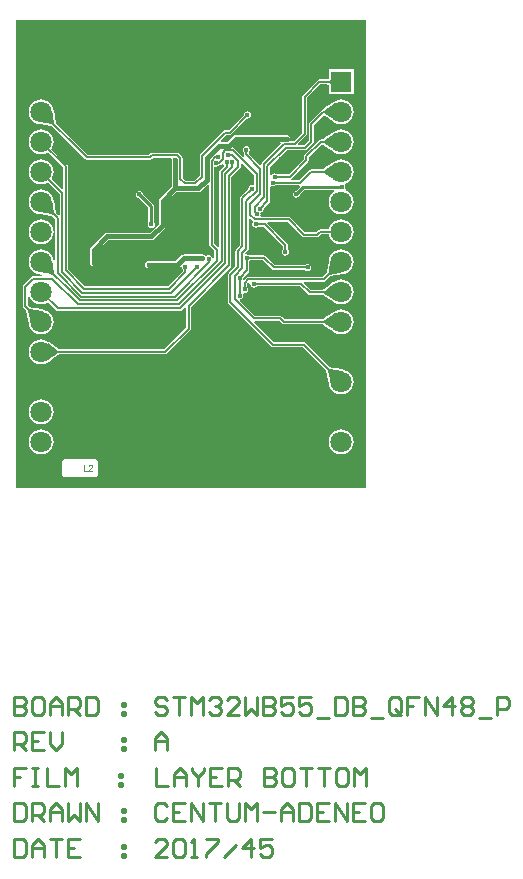
<source format=gbl>
G04 Layer_Physical_Order=2*
G04 Layer_Color=16711680*
%FSLAX44Y44*%
%MOMM*%
G71*
G01*
G75*
%ADD15R,1.2000X4.9000*%
%ADD24C,0.2000*%
%ADD27C,0.4000*%
%ADD29C,0.2500*%
%ADD30C,0.2540*%
%ADD31C,0.1020*%
%ADD32C,1.8000*%
%ADD33R,1.8000X1.8000*%
%ADD34C,0.4000*%
G36*
X297961Y2039D02*
X2039D01*
Y397961D01*
X297961D01*
Y2039D01*
D02*
G37*
%LPC*%
G36*
X23000Y77191D02*
X20259Y76830D01*
X17705Y75772D01*
X15511Y74089D01*
X13828Y71895D01*
X12770Y69341D01*
X12409Y66600D01*
X12770Y63859D01*
X13828Y61305D01*
X15511Y59111D01*
X17705Y57428D01*
X20259Y56370D01*
X23000Y56009D01*
X25741Y56370D01*
X28295Y57428D01*
X30489Y59111D01*
X32172Y61305D01*
X33230Y63859D01*
X33591Y66600D01*
X33230Y69341D01*
X32172Y71895D01*
X30489Y74089D01*
X28295Y75772D01*
X25741Y76830D01*
X23000Y77191D01*
D02*
G37*
G36*
Y229591D02*
X20259Y229230D01*
X17705Y228172D01*
X15511Y226489D01*
X13828Y224295D01*
X12770Y221741D01*
X12409Y219000D01*
X12770Y216259D01*
X13828Y213705D01*
X15511Y211511D01*
X17705Y209828D01*
X20259Y208770D01*
X23000Y208409D01*
X25741Y208770D01*
X28295Y209828D01*
X30489Y211511D01*
X32172Y213705D01*
X33230Y216259D01*
X33591Y219000D01*
X33230Y221741D01*
X32172Y224295D01*
X30489Y226489D01*
X28295Y228172D01*
X25741Y229230D01*
X23000Y229591D01*
D02*
G37*
G36*
X106100Y253659D02*
X104930Y253426D01*
X103937Y252763D01*
X103274Y251770D01*
X103041Y250600D01*
X103274Y249429D01*
X103937Y248437D01*
X104930Y247774D01*
X105868Y247587D01*
X113906Y239550D01*
Y227367D01*
X113374Y226570D01*
X113141Y225400D01*
X113374Y224230D01*
X114037Y223237D01*
X115029Y222574D01*
X116200Y222341D01*
X117371Y222574D01*
X118363Y223237D01*
X119026Y224230D01*
X119259Y225400D01*
X119026Y226570D01*
X118494Y227367D01*
Y240500D01*
X118319Y241378D01*
X117822Y242122D01*
X109113Y250832D01*
X108926Y251770D01*
X108263Y252763D01*
X107270Y253426D01*
X106100Y253659D01*
D02*
G37*
G36*
X277000Y51791D02*
X274259Y51430D01*
X271705Y50372D01*
X269511Y48689D01*
X267828Y46495D01*
X266770Y43941D01*
X266409Y41200D01*
X266770Y38459D01*
X267828Y35905D01*
X269511Y33711D01*
X271705Y32028D01*
X274259Y30970D01*
X277000Y30609D01*
X279741Y30970D01*
X282295Y32028D01*
X284489Y33711D01*
X286172Y35905D01*
X287230Y38459D01*
X287591Y41200D01*
X287230Y43941D01*
X286172Y46495D01*
X284489Y48689D01*
X282295Y50372D01*
X279741Y51430D01*
X277000Y51791D01*
D02*
G37*
G36*
X69302Y26453D02*
X42302D01*
X41154Y25978D01*
X40679Y24830D01*
Y12830D01*
X41154Y11682D01*
X42302Y11206D01*
X69302D01*
X70450Y11682D01*
X70926Y12830D01*
Y24830D01*
X70450Y25978D01*
X69302Y26453D01*
D02*
G37*
G36*
X287500Y356500D02*
X266500D01*
Y348517D01*
X266325Y348502D01*
X265988Y348493D01*
X265438Y348248D01*
X264883Y348018D01*
X264874Y347997D01*
X264853Y347988D01*
X264823Y347909D01*
X258470D01*
X257690Y347754D01*
X257028Y347312D01*
X257028Y347312D01*
X244658Y334942D01*
X244216Y334280D01*
X244061Y333500D01*
Y302815D01*
X236685Y295439D01*
X234511D01*
X233826Y296700D01*
X234059Y297870D01*
X233826Y299041D01*
X233163Y300033D01*
X232171Y300696D01*
X231000Y300929D01*
X187817D01*
X187817Y300929D01*
X186646Y300696D01*
X185654Y300033D01*
X185654Y300033D01*
X180680Y295059D01*
X175539D01*
X175013Y296329D01*
X179545Y300861D01*
X182526D01*
X183306Y301016D01*
X183968Y301458D01*
X197350Y314840D01*
X197496Y314811D01*
X198666Y315044D01*
X199659Y315707D01*
X200322Y316700D01*
X200555Y317870D01*
X200322Y319041D01*
X199659Y320033D01*
X198666Y320696D01*
X197496Y320929D01*
X196325Y320696D01*
X195333Y320033D01*
X194670Y319041D01*
X194437Y317870D01*
X194466Y317724D01*
X181681Y304939D01*
X178700D01*
X178700Y304939D01*
X177920Y304784D01*
X177258Y304342D01*
X177258Y304342D01*
X157858Y284942D01*
X157416Y284280D01*
X157261Y283500D01*
Y266445D01*
X152855Y262039D01*
X145245D01*
X142739Y264545D01*
Y281400D01*
X142739Y281400D01*
X142584Y282180D01*
X142142Y282842D01*
X139642Y285342D01*
X138980Y285784D01*
X138200Y285939D01*
X116820D01*
X116040Y285784D01*
X115378Y285342D01*
X114236Y284200D01*
X62284D01*
X35429Y311055D01*
X35474Y311164D01*
X35415Y311305D01*
X35448Y311454D01*
X33508Y322157D01*
X33354Y322396D01*
X33230Y323341D01*
X32172Y325895D01*
X30489Y328089D01*
X28295Y329772D01*
X25741Y330830D01*
X23000Y331191D01*
X20259Y330830D01*
X17705Y329772D01*
X15511Y328089D01*
X13828Y325895D01*
X12770Y323341D01*
X12409Y320600D01*
X12770Y317859D01*
X13828Y315305D01*
X15511Y313111D01*
X17705Y311428D01*
X20259Y310370D01*
X21226Y310243D01*
X21488Y310085D01*
X28076Y309081D01*
X30920Y308542D01*
X31404Y308422D01*
X31594Y308360D01*
X31654Y308327D01*
X31717Y308320D01*
X31740Y308313D01*
X31766Y308315D01*
X32059Y308282D01*
X32436Y308126D01*
X32545Y308171D01*
X59997Y280719D01*
X59997Y280719D01*
X60659Y280277D01*
X61439Y280122D01*
X61439Y280122D01*
X115081D01*
X115862Y280277D01*
X116523Y280719D01*
X117665Y281861D01*
X133042D01*
X133757Y280698D01*
X133758Y280591D01*
X133541Y279500D01*
Y257067D01*
X123837Y247363D01*
X123174Y246371D01*
X122941Y245200D01*
X122941Y245200D01*
Y225967D01*
X115033Y218059D01*
X78500D01*
X78500Y218059D01*
X77330Y217826D01*
X76337Y217163D01*
X76337Y217163D01*
X65237Y206063D01*
X64574Y205070D01*
X64341Y203900D01*
X64341Y203900D01*
Y192700D01*
X64574Y191530D01*
X65237Y190537D01*
X66230Y189874D01*
X67400Y189641D01*
X68570Y189874D01*
X69563Y190537D01*
X70226Y191530D01*
X70459Y192700D01*
Y202633D01*
X79767Y211941D01*
X116300D01*
X116300Y211941D01*
X117471Y212174D01*
X118463Y212837D01*
X128163Y222537D01*
X128826Y223529D01*
X129059Y224700D01*
X129059Y224700D01*
Y243933D01*
X137867Y252741D01*
X156200D01*
X156200Y252741D01*
X157371Y252974D01*
X158363Y253637D01*
X164088Y259362D01*
X165261Y258876D01*
Y208016D01*
X165416Y207236D01*
X165858Y206574D01*
X169603Y202829D01*
Y196232D01*
X169272Y196031D01*
X169212Y196034D01*
X167941Y196709D01*
X167832Y197258D01*
X167169Y198251D01*
X166176Y198914D01*
X165006Y199147D01*
X163835Y198914D01*
X163363Y198598D01*
X162796Y198279D01*
X161750Y198901D01*
X161675Y199013D01*
X160683Y199676D01*
X159512Y199909D01*
X143899D01*
X143899Y199909D01*
X142728Y199676D01*
X141736Y199013D01*
X141736Y199013D01*
X136782Y194059D01*
X114014D01*
X112844Y193826D01*
X111851Y193163D01*
X111188Y192171D01*
X110955Y191000D01*
X111188Y189830D01*
X111851Y188837D01*
X112844Y188174D01*
X114014Y187941D01*
X138049D01*
X138049Y187941D01*
X139219Y188174D01*
X140212Y188837D01*
X140731Y189356D01*
X142060Y188889D01*
X142180Y188286D01*
X142843Y187293D01*
X142967Y187210D01*
Y185651D01*
X130255Y172939D01*
X60045D01*
X45839Y187145D01*
Y274400D01*
X45684Y275180D01*
X45242Y275842D01*
X45242Y275842D01*
X31741Y289343D01*
X32172Y289905D01*
X33230Y292459D01*
X33591Y295200D01*
X33230Y297941D01*
X32172Y300495D01*
X30489Y302689D01*
X28295Y304372D01*
X25741Y305430D01*
X23000Y305791D01*
X20259Y305430D01*
X17705Y304372D01*
X15511Y302689D01*
X13828Y300495D01*
X12770Y297941D01*
X12409Y295200D01*
X12770Y292459D01*
X13828Y289905D01*
X15511Y287711D01*
X17705Y286028D01*
X20259Y284970D01*
X23000Y284609D01*
X25741Y284970D01*
X28295Y286028D01*
X28857Y286459D01*
X41761Y273555D01*
Y255582D01*
X40588Y255096D01*
X31741Y263943D01*
X32172Y264505D01*
X33230Y267059D01*
X33591Y269800D01*
X33230Y272541D01*
X32172Y275095D01*
X30489Y277289D01*
X28295Y278972D01*
X25741Y280030D01*
X23000Y280391D01*
X20259Y280030D01*
X17705Y278972D01*
X15511Y277289D01*
X13828Y275095D01*
X12770Y272541D01*
X12409Y269800D01*
X12770Y267059D01*
X13828Y264505D01*
X15511Y262311D01*
X17705Y260628D01*
X20259Y259570D01*
X23000Y259209D01*
X25741Y259570D01*
X28295Y260628D01*
X28857Y261059D01*
X38601Y251315D01*
Y233479D01*
X37331Y232953D01*
X35429Y234855D01*
X35474Y234964D01*
X35415Y235105D01*
X35448Y235254D01*
X33508Y245957D01*
X33354Y246196D01*
X33230Y247141D01*
X32172Y249695D01*
X30489Y251889D01*
X28295Y253572D01*
X25741Y254630D01*
X23000Y254991D01*
X20259Y254630D01*
X17705Y253572D01*
X15511Y251889D01*
X13828Y249695D01*
X12770Y247141D01*
X12409Y244400D01*
X12770Y241659D01*
X13828Y239105D01*
X15511Y236911D01*
X17705Y235228D01*
X20259Y234170D01*
X21226Y234043D01*
X21488Y233885D01*
X28076Y232881D01*
X30920Y232342D01*
X31404Y232222D01*
X31594Y232160D01*
X31654Y232127D01*
X31717Y232120D01*
X31740Y232113D01*
X31766Y232115D01*
X32059Y232082D01*
X32436Y231926D01*
X32545Y231971D01*
X34931Y229585D01*
Y194353D01*
X33666Y194244D01*
X33518Y195090D01*
X33362Y195335D01*
X33230Y196341D01*
X32172Y198895D01*
X30489Y201089D01*
X28295Y202772D01*
X25741Y203830D01*
X23000Y204191D01*
X20259Y203830D01*
X17705Y202772D01*
X15511Y201089D01*
X13828Y198895D01*
X12770Y196341D01*
X12409Y193600D01*
X12770Y190859D01*
X13828Y188305D01*
X15511Y186111D01*
X17705Y184428D01*
X20259Y183370D01*
X21166Y183251D01*
X21421Y183094D01*
X23847Y182709D01*
X23747Y181439D01*
X16300D01*
X16300Y181439D01*
X15520Y181284D01*
X14858Y180842D01*
X14858Y180842D01*
X8058Y174042D01*
X7616Y173380D01*
X7461Y172600D01*
Y156300D01*
X7616Y155520D01*
X8058Y154858D01*
X10572Y152345D01*
X10526Y152236D01*
X10585Y152095D01*
X10552Y151946D01*
X12492Y141243D01*
X12646Y141004D01*
X12770Y140059D01*
X13828Y137505D01*
X15511Y135311D01*
X17705Y133628D01*
X20259Y132570D01*
X23000Y132209D01*
X25741Y132570D01*
X28295Y133628D01*
X30489Y135311D01*
X32172Y137505D01*
X33230Y140059D01*
X33591Y142800D01*
X33230Y145541D01*
X32172Y148095D01*
X30489Y150289D01*
X28295Y151972D01*
X25741Y153030D01*
X24774Y153157D01*
X24512Y153315D01*
X17924Y154319D01*
X15080Y154858D01*
X14596Y154978D01*
X14406Y155040D01*
X14346Y155073D01*
X14283Y155080D01*
X14260Y155087D01*
X14234Y155085D01*
X13941Y155118D01*
X13564Y155274D01*
X13455Y155229D01*
X11539Y157145D01*
Y165245D01*
X12770Y165459D01*
X13828Y162905D01*
X15511Y160711D01*
X17705Y159028D01*
X20259Y157970D01*
X23000Y157609D01*
X25741Y157970D01*
X28295Y159028D01*
X28783Y159403D01*
X35428Y152758D01*
X35428Y152758D01*
X36090Y152316D01*
X36870Y152161D01*
X36870Y152161D01*
X140763D01*
X141543Y152316D01*
X142205Y152758D01*
X144587Y155141D01*
X145761Y154655D01*
Y137723D01*
X127347Y119309D01*
X38559D01*
X38523Y119401D01*
X38378Y119463D01*
X38294Y119596D01*
X29406Y125874D01*
X29121Y125938D01*
X28295Y126572D01*
X25741Y127630D01*
X23000Y127991D01*
X20259Y127630D01*
X17705Y126572D01*
X15511Y124889D01*
X13828Y122695D01*
X12770Y120141D01*
X12409Y117400D01*
X12770Y114659D01*
X13828Y112105D01*
X15511Y109911D01*
X17705Y108228D01*
X20259Y107170D01*
X23000Y106809D01*
X25741Y107170D01*
X28295Y108228D01*
X29002Y108770D01*
X29290Y108838D01*
X34687Y112735D01*
X37094Y114345D01*
X37524Y114598D01*
X37706Y114689D01*
X37774Y114709D01*
X37825Y114749D01*
X37841Y114757D01*
X37854Y114772D01*
X38088Y114958D01*
X38460Y115105D01*
X38514Y115231D01*
X128192D01*
X128972Y115386D01*
X129634Y115828D01*
X149242Y135436D01*
X149684Y136098D01*
X149839Y136878D01*
Y155619D01*
X183542Y189321D01*
X183984Y189983D01*
X184139Y190763D01*
Y265355D01*
X191329Y272545D01*
X191771Y273206D01*
X191926Y273987D01*
Y277131D01*
X193099Y277617D01*
X203461Y267255D01*
Y259187D01*
X202191Y258399D01*
X201500Y258537D01*
X200329Y258304D01*
X199337Y257641D01*
X198674Y256649D01*
X198441Y255478D01*
X198470Y255332D01*
X191958Y248820D01*
X191516Y248158D01*
X191361Y247378D01*
Y207445D01*
X188058Y204142D01*
X187616Y203480D01*
X187461Y202700D01*
Y189945D01*
X181758Y184242D01*
X181316Y183580D01*
X181161Y182800D01*
Y159577D01*
X181316Y158796D01*
X181758Y158135D01*
X217891Y122002D01*
X217891Y122002D01*
X218552Y121560D01*
X219333Y121405D01*
X219333Y121405D01*
X244711D01*
X264571Y101545D01*
X264526Y101436D01*
X264585Y101295D01*
X264552Y101146D01*
X266492Y90443D01*
X266646Y90204D01*
X266770Y89259D01*
X267828Y86705D01*
X269511Y84511D01*
X271705Y82828D01*
X274259Y81770D01*
X277000Y81409D01*
X279741Y81770D01*
X282295Y82828D01*
X284489Y84511D01*
X286172Y86705D01*
X287230Y89259D01*
X287591Y92000D01*
X287230Y94741D01*
X286172Y97295D01*
X284489Y99489D01*
X282295Y101172D01*
X279741Y102230D01*
X278774Y102357D01*
X278512Y102515D01*
X271924Y103519D01*
X269080Y104058D01*
X268596Y104178D01*
X268406Y104240D01*
X268346Y104273D01*
X268283Y104280D01*
X268260Y104287D01*
X268234Y104285D01*
X267941Y104318D01*
X267564Y104474D01*
X267455Y104429D01*
X246998Y124886D01*
X246336Y125328D01*
X245556Y125483D01*
X220177D01*
X203155Y142505D01*
X203700Y143757D01*
X224707D01*
X227106Y141358D01*
X227106Y141358D01*
X227768Y140916D01*
X228548Y140761D01*
X228548Y140761D01*
X261463D01*
X261508Y140652D01*
X261648Y140594D01*
X261731Y140466D01*
X270671Y134269D01*
X270948Y134209D01*
X271705Y133628D01*
X274259Y132570D01*
X277000Y132209D01*
X279741Y132570D01*
X282295Y133628D01*
X284489Y135311D01*
X286172Y137505D01*
X287230Y140059D01*
X287591Y142800D01*
X287230Y145541D01*
X286172Y148095D01*
X284489Y150289D01*
X282295Y151972D01*
X279741Y153030D01*
X277000Y153391D01*
X274259Y153030D01*
X271705Y151972D01*
X270931Y151378D01*
X270633Y151304D01*
X265265Y147356D01*
X262874Y145726D01*
X262446Y145469D01*
X262269Y145378D01*
X262203Y145359D01*
X262153Y145319D01*
X262132Y145308D01*
X262114Y145288D01*
X261884Y145104D01*
X261508Y144948D01*
X261463Y144839D01*
X229393D01*
X226994Y147238D01*
X226332Y147680D01*
X225552Y147835D01*
X204045D01*
X191325Y160555D01*
X191743Y161933D01*
X192178Y162020D01*
X193171Y162683D01*
X193834Y163675D01*
X194067Y164846D01*
X193834Y166017D01*
X193741Y166156D01*
X194519Y167277D01*
X195200Y167141D01*
X196371Y167374D01*
X197363Y168037D01*
X198026Y169030D01*
X198259Y170200D01*
X198026Y171371D01*
X197363Y172363D01*
X197239Y172446D01*
Y174795D01*
X198491Y176047D01*
X199183Y175961D01*
X200141Y174752D01*
X200374Y173582D01*
X201037Y172589D01*
X202029Y171926D01*
X203200Y171693D01*
X204370Y171926D01*
X205363Y172589D01*
X205445Y172713D01*
X242487D01*
X249002Y166198D01*
X249664Y165756D01*
X250444Y165601D01*
X250444Y165601D01*
X261575D01*
X261662Y165422D01*
X261787Y165380D01*
X261862Y165272D01*
X271005Y159430D01*
X271233Y159390D01*
X271705Y159028D01*
X274259Y157970D01*
X277000Y157609D01*
X279741Y157970D01*
X282295Y159028D01*
X284489Y160711D01*
X286172Y162905D01*
X287230Y165459D01*
X287591Y168200D01*
X287230Y170941D01*
X286172Y173495D01*
X284489Y175689D01*
X282295Y177372D01*
X279741Y178430D01*
X277000Y178791D01*
X274259Y178430D01*
X271705Y177372D01*
X270622Y176541D01*
X270308Y176450D01*
X265079Y172283D01*
X262750Y170563D01*
X262337Y170294D01*
X262176Y170205D01*
X262123Y170189D01*
X262080Y170152D01*
X262033Y170126D01*
X262001Y170087D01*
X261787Y169907D01*
X261393Y169714D01*
X261381Y169679D01*
X251289D01*
X245461Y175507D01*
X245987Y176777D01*
X262216D01*
X262996Y176932D01*
X263658Y177374D01*
X267455Y181171D01*
X267564Y181126D01*
X267705Y181185D01*
X267854Y181152D01*
X278557Y183092D01*
X278796Y183246D01*
X279741Y183370D01*
X282295Y184428D01*
X284489Y186111D01*
X286172Y188305D01*
X287230Y190859D01*
X287591Y193600D01*
X287230Y196341D01*
X286172Y198895D01*
X284489Y201089D01*
X282295Y202772D01*
X279741Y203830D01*
X277000Y204191D01*
X274259Y203830D01*
X271705Y202772D01*
X269511Y201089D01*
X267828Y198895D01*
X266770Y196341D01*
X266643Y195373D01*
X266485Y195112D01*
X265481Y188524D01*
X264942Y185680D01*
X264822Y185196D01*
X264760Y185006D01*
X264727Y184946D01*
X264720Y184883D01*
X264713Y184860D01*
X264715Y184834D01*
X264683Y184541D01*
X264526Y184164D01*
X264571Y184055D01*
X261371Y180855D01*
X198376D01*
X198376Y180855D01*
X197596Y180700D01*
X196934Y180258D01*
X194891Y178215D01*
X193904Y178869D01*
X193843Y178963D01*
X194067Y180086D01*
X194038Y180232D01*
X198800Y184994D01*
X198800Y184994D01*
X199242Y185656D01*
X199397Y186436D01*
Y194604D01*
X199521Y194687D01*
X199604Y194811D01*
X210991D01*
X218442Y187360D01*
X218442Y187360D01*
X219104Y186918D01*
X219884Y186763D01*
X219884Y186763D01*
X246595D01*
X246677Y186639D01*
X247670Y185976D01*
X248840Y185743D01*
X250011Y185976D01*
X251003Y186639D01*
X251666Y187631D01*
X251899Y188802D01*
X251666Y189972D01*
X251003Y190965D01*
X250011Y191628D01*
X248840Y191861D01*
X247670Y191628D01*
X246677Y190965D01*
X246595Y190841D01*
X220729D01*
X213278Y198292D01*
X212616Y198734D01*
X211836Y198889D01*
X199604D01*
X199521Y199013D01*
X198528Y199676D01*
X197358Y199909D01*
X196647Y199767D01*
X196022Y200938D01*
X198242Y203158D01*
X198242Y203158D01*
X198684Y203820D01*
X198839Y204600D01*
Y229918D01*
X200012Y230404D01*
X201801Y228615D01*
X202561Y227641D01*
X201898Y226649D01*
X201665Y225478D01*
X201898Y224307D01*
X202561Y223315D01*
X203554Y222652D01*
X204724Y222419D01*
X205895Y222652D01*
X206887Y223315D01*
X206970Y223439D01*
X211319D01*
X227831Y206927D01*
Y204175D01*
X227707Y204093D01*
X227044Y203100D01*
X226811Y201930D01*
X227044Y200760D01*
X227707Y199767D01*
X228699Y199104D01*
X229870Y198871D01*
X231040Y199104D01*
X232033Y199767D01*
X232696Y200760D01*
X232929Y201930D01*
X232696Y203100D01*
X232033Y204093D01*
X231909Y204175D01*
Y207772D01*
X231754Y208552D01*
X231312Y209214D01*
X231312Y209214D01*
X214235Y226291D01*
X214761Y227561D01*
X231755D01*
X244148Y215168D01*
X244148Y215168D01*
X244809Y214726D01*
X245590Y214571D01*
X245590Y214571D01*
X256410D01*
X257191Y214726D01*
X257852Y215168D01*
X259593Y216909D01*
X266685D01*
X266770Y216259D01*
X267828Y213705D01*
X269511Y211511D01*
X271705Y209828D01*
X274259Y208770D01*
X277000Y208409D01*
X279741Y208770D01*
X282295Y209828D01*
X284489Y211511D01*
X286172Y213705D01*
X287230Y216259D01*
X287591Y219000D01*
X287230Y221741D01*
X286172Y224295D01*
X284489Y226489D01*
X282295Y228172D01*
X279741Y229230D01*
X277000Y229591D01*
X274259Y229230D01*
X271705Y228172D01*
X269511Y226489D01*
X267828Y224295D01*
X266770Y221741D01*
X266671Y220987D01*
X258748D01*
X258748Y220987D01*
X257968Y220832D01*
X257306Y220390D01*
X255566Y218650D01*
X246434D01*
X234042Y231042D01*
X233380Y231484D01*
X232600Y231639D01*
X209396D01*
X208645Y232909D01*
X208799Y233680D01*
X208566Y234851D01*
X209445Y235425D01*
X209450Y235426D01*
X210443Y236089D01*
X211106Y237082D01*
X211339Y238252D01*
X211264Y238626D01*
X216042Y243404D01*
X216484Y244066D01*
X216639Y244846D01*
Y256885D01*
X217662Y257574D01*
X217909Y257626D01*
X218948Y257419D01*
X220119Y257652D01*
X221111Y258315D01*
X221194Y258439D01*
X241549D01*
X242075Y257169D01*
X238779Y253872D01*
X237840Y253686D01*
X236847Y253023D01*
X236184Y252030D01*
X235951Y250860D01*
X236184Y249689D01*
X236847Y248697D01*
X237840Y248034D01*
X239010Y247801D01*
X240181Y248034D01*
X241173Y248697D01*
X241836Y249689D01*
X242023Y250628D01*
X245895Y254500D01*
X270828D01*
X271259Y253230D01*
X269511Y251889D01*
X267828Y249695D01*
X266770Y247141D01*
X266409Y244400D01*
X266770Y241659D01*
X267828Y239105D01*
X269511Y236911D01*
X271705Y235228D01*
X274259Y234170D01*
X277000Y233809D01*
X279741Y234170D01*
X282295Y235228D01*
X284489Y236911D01*
X286172Y239105D01*
X287230Y241659D01*
X287591Y244400D01*
X287230Y247141D01*
X286172Y249695D01*
X284489Y251889D01*
X282295Y253572D01*
X280772Y254203D01*
X280194Y255623D01*
X280427Y256794D01*
X280194Y257964D01*
X279947Y258334D01*
X279925Y258463D01*
X280345Y259810D01*
X280361Y259827D01*
X282295Y260628D01*
X284489Y262311D01*
X286172Y264505D01*
X287230Y267059D01*
X287591Y269800D01*
X287230Y272541D01*
X286172Y275095D01*
X284489Y277289D01*
X282295Y278972D01*
X279741Y280030D01*
X277000Y280391D01*
X274259Y280030D01*
X271705Y278972D01*
X270861Y278325D01*
X270557Y278247D01*
X265220Y274247D01*
X262842Y272595D01*
X262418Y272336D01*
X262244Y272245D01*
X262181Y272227D01*
X262133Y272188D01*
X262106Y272174D01*
X262085Y272149D01*
X261859Y271966D01*
X261478Y271801D01*
X261441Y271709D01*
X251636D01*
X251636Y271709D01*
X250856Y271554D01*
X250194Y271112D01*
X250194Y271112D01*
X241599Y262517D01*
X234953D01*
X234567Y263787D01*
X234868Y263988D01*
X248838Y277958D01*
X248838Y277958D01*
X249280Y278620D01*
X249435Y279400D01*
Y281951D01*
X260315Y292831D01*
X261187Y292884D01*
X261697Y292820D01*
X261758Y292728D01*
X270748Y286612D01*
X271016Y286557D01*
X271705Y286028D01*
X274259Y284970D01*
X277000Y284609D01*
X279741Y284970D01*
X282295Y286028D01*
X284489Y287711D01*
X286172Y289905D01*
X287230Y292459D01*
X287591Y295200D01*
X287230Y297941D01*
X286172Y300495D01*
X284489Y302689D01*
X282295Y304372D01*
X279741Y305430D01*
X277000Y305791D01*
X274259Y305430D01*
X271705Y304372D01*
X270861Y303725D01*
X270557Y303647D01*
X265220Y299647D01*
X262842Y297995D01*
X262418Y297736D01*
X262244Y297645D01*
X262181Y297627D01*
X262133Y297588D01*
X262106Y297574D01*
X262085Y297549D01*
X261859Y297366D01*
X261478Y297201D01*
X261441Y297109D01*
X259670D01*
X259670Y297109D01*
X258890Y296954D01*
X258228Y296512D01*
X258228Y296512D01*
X245954Y284238D01*
X245512Y283576D01*
X245357Y282796D01*
Y280245D01*
X232581Y267469D01*
X222971D01*
X222889Y267593D01*
X221896Y268256D01*
X220726Y268489D01*
X219555Y268256D01*
X218563Y267593D01*
X217900Y266601D01*
X216639Y266772D01*
Y274055D01*
X230845Y288261D01*
X246700D01*
X247480Y288416D01*
X248142Y288858D01*
X253156Y293872D01*
X253598Y294534D01*
X253753Y295314D01*
Y309369D01*
X262206Y317823D01*
X270748Y312012D01*
X271016Y311957D01*
X271705Y311428D01*
X274259Y310370D01*
X277000Y310009D01*
X279741Y310370D01*
X282295Y311428D01*
X284489Y313111D01*
X286172Y315305D01*
X287230Y317859D01*
X287591Y320600D01*
X287230Y323341D01*
X286172Y325895D01*
X284489Y328089D01*
X282295Y329772D01*
X279741Y330830D01*
X277000Y331191D01*
X274259Y330830D01*
X271705Y329772D01*
X270861Y329125D01*
X270557Y329047D01*
X265220Y325047D01*
X262842Y323395D01*
X262418Y323136D01*
X262244Y323045D01*
X262181Y323027D01*
X262133Y322988D01*
X262106Y322974D01*
X262085Y322949D01*
X261859Y322766D01*
X261478Y322601D01*
X261396Y322395D01*
X261190Y322354D01*
X260528Y321912D01*
X260528Y321912D01*
X250272Y311656D01*
X249830Y310994D01*
X249675Y310214D01*
Y296159D01*
X245855Y292339D01*
X241012D01*
X240526Y293512D01*
X247542Y300528D01*
X247984Y301190D01*
X248139Y301970D01*
Y332655D01*
X259315Y343831D01*
X264823D01*
X264853Y343752D01*
X264874Y343743D01*
X264883Y343722D01*
X265438Y343492D01*
X265988Y343247D01*
X266325Y343238D01*
X266500Y343223D01*
Y335500D01*
X287500D01*
Y356500D01*
D02*
G37*
G36*
X23000Y51791D02*
X20259Y51430D01*
X17705Y50372D01*
X15511Y48689D01*
X13828Y46495D01*
X12770Y43941D01*
X12409Y41200D01*
X12770Y38459D01*
X13828Y35905D01*
X15511Y33711D01*
X17705Y32028D01*
X20259Y30970D01*
X23000Y30609D01*
X25741Y30970D01*
X28295Y32028D01*
X30489Y33711D01*
X32172Y35905D01*
X33230Y38459D01*
X33591Y41200D01*
X33230Y43941D01*
X32172Y46495D01*
X30489Y48689D01*
X28295Y50372D01*
X25741Y51430D01*
X23000Y51791D01*
D02*
G37*
%LPD*%
G36*
X271880Y160799D02*
X262736Y166640D01*
X262611Y168640D01*
X262819Y168705D01*
X263174Y168902D01*
X263676Y169229D01*
X266068Y170995D01*
X271320Y175181D01*
X271880Y160799D01*
D02*
G37*
G36*
X13759Y153543D02*
X14148Y153417D01*
X14732Y153271D01*
X17651Y152718D01*
X24267Y151710D01*
X14090Y141533D01*
X12150Y152236D01*
X13564Y153650D01*
X13759Y153543D01*
D02*
G37*
G36*
X267759Y102743D02*
X268148Y102617D01*
X268732Y102471D01*
X271651Y101918D01*
X278267Y100910D01*
X268090Y90733D01*
X266150Y101436D01*
X267564Y102850D01*
X267759Y102743D01*
D02*
G37*
G36*
X37358Y118270D02*
X37329Y116270D01*
X37114Y116209D01*
X36748Y116025D01*
X36229Y115720D01*
X33761Y114069D01*
X28339Y110155D01*
X28469Y124548D01*
X37358Y118270D01*
D02*
G37*
G36*
X271595Y135603D02*
X262656Y141800D01*
Y143800D01*
X262869Y143862D01*
X263234Y144048D01*
X263749Y144358D01*
X266204Y146031D01*
X271595Y149997D01*
Y135603D01*
D02*
G37*
G36*
X271661Y287955D02*
X262671Y294070D01*
X262642Y296070D01*
X262854Y296133D01*
X263217Y296321D01*
X263730Y296635D01*
X266171Y298330D01*
X271531Y302348D01*
X271661Y287955D01*
D02*
G37*
G36*
X225754Y293638D02*
X210058Y277942D01*
X209616Y277280D01*
X209461Y276500D01*
Y276083D01*
X208288Y275597D01*
X198758Y285127D01*
X198759Y286381D01*
X199422Y287374D01*
X199655Y288544D01*
X199422Y289715D01*
X198759Y290707D01*
X197766Y291370D01*
X196596Y291603D01*
X195425Y291370D01*
X194433Y290707D01*
X193770Y289715D01*
X193537Y288544D01*
X193770Y287374D01*
X194433Y286381D01*
X194557Y286299D01*
Y284405D01*
X194712Y283624D01*
X194825Y283454D01*
X193839Y282645D01*
X187142Y289342D01*
X186480Y289784D01*
X185957Y289888D01*
X185336Y291063D01*
X189084Y294811D01*
X225268D01*
X225754Y293638D01*
D02*
G37*
G36*
X33850Y311164D02*
X32436Y309750D01*
X32241Y309857D01*
X31852Y309983D01*
X31268Y310129D01*
X28349Y310682D01*
X21733Y311690D01*
X31910Y321867D01*
X33850Y311164D01*
D02*
G37*
G36*
X268061Y343870D02*
X268041Y344060D01*
X267980Y344230D01*
X267878Y344380D01*
X267736Y344510D01*
X267553Y344620D01*
X267330Y344710D01*
X267066Y344780D01*
X266761Y344830D01*
X266416Y344860D01*
X266031Y344870D01*
Y346870D01*
X266416Y346880D01*
X266761Y346910D01*
X267066Y346960D01*
X267330Y347030D01*
X267553Y347120D01*
X267736Y347230D01*
X267878Y347360D01*
X267980Y347510D01*
X268041Y347680D01*
X268061Y347870D01*
Y343870D01*
D02*
G37*
G36*
X271661Y313355D02*
X262671Y319470D01*
X262642Y321470D01*
X262854Y321533D01*
X263217Y321721D01*
X263730Y322035D01*
X266171Y323730D01*
X271531Y327748D01*
X271661Y313355D01*
D02*
G37*
G36*
X278267Y184690D02*
X267564Y182750D01*
X266150Y184164D01*
X266257Y184359D01*
X266383Y184748D01*
X266529Y185332D01*
X267082Y188251D01*
X268090Y194867D01*
X278267Y184690D01*
D02*
G37*
G36*
X33792Y184092D02*
X32363Y182693D01*
X32168Y182801D01*
X31779Y182929D01*
X31196Y183078D01*
X28281Y183649D01*
X21676Y184698D01*
X31918Y194810D01*
X33792Y184092D01*
D02*
G37*
G36*
X33850Y234964D02*
X32436Y233550D01*
X32241Y233657D01*
X31852Y233783D01*
X31268Y233929D01*
X28349Y234482D01*
X21733Y235490D01*
X31910Y245667D01*
X33850Y234964D01*
D02*
G37*
G36*
X177057Y276371D02*
X177711Y275229D01*
X177472Y274456D01*
X174358Y271342D01*
X173916Y270680D01*
X173761Y269900D01*
Y206235D01*
X172491Y205709D01*
X169339Y208861D01*
Y273591D01*
X170609Y274379D01*
X171300Y274241D01*
X172470Y274474D01*
X173463Y275137D01*
X173545Y275261D01*
X173600D01*
X174380Y275416D01*
X175042Y275858D01*
X175799Y276615D01*
X177057Y276371D01*
D02*
G37*
G36*
X271661Y262555D02*
X262671Y268670D01*
X262642Y270670D01*
X262854Y270733D01*
X263217Y270921D01*
X263730Y271235D01*
X266171Y272930D01*
X271531Y276948D01*
X271661Y262555D01*
D02*
G37*
D15*
X107500Y373380D02*
D03*
X192500D02*
D03*
D24*
X178700Y302900D02*
X182526D01*
X197496Y317870D01*
X61439Y282161D02*
X115081D01*
X23000Y320600D02*
X61439Y282161D01*
X220726Y265430D02*
X233426D01*
X247396Y279400D01*
Y282796D02*
X259670Y295070D01*
X247396Y279400D02*
Y282796D01*
X116820Y283900D02*
X138200D01*
X115081Y282161D02*
X116820Y283900D01*
X9500Y172600D02*
X16300Y179400D01*
X9500Y156300D02*
X23000Y142800D01*
X9500Y156300D02*
Y172600D01*
X246100Y333500D02*
X258470Y345870D01*
X246100Y301970D02*
Y333500D01*
X245556Y123444D02*
X277000Y92000D01*
X269570Y167640D02*
X270000Y168070D01*
X250444Y167640D02*
X269570D01*
X262216Y178816D02*
X277000Y193600D01*
X269948Y218948D02*
X270000Y219000D01*
X251714Y310214D02*
X261970Y320470D01*
X242444Y260478D02*
X251636Y269670D01*
X197358Y186436D02*
Y196850D01*
X191008Y180086D02*
X197358Y186436D01*
X191008Y164846D02*
Y180086D01*
X219884Y188802D02*
X248840D01*
X211836Y196850D02*
X219884Y188802D01*
X197358Y196850D02*
X211836D01*
X204724Y225478D02*
X212164D01*
X229870Y207772D01*
Y201930D02*
Y207772D01*
X218948Y260478D02*
X242444D01*
X208280Y238252D02*
Y238526D01*
X203708Y235712D02*
X205740Y233680D01*
X203708Y235712D02*
Y240284D01*
X243332Y174752D02*
X250444Y167640D01*
X203200Y174752D02*
X243332D01*
X225552Y145796D02*
X228548Y142800D01*
X277000D01*
X203200Y145796D02*
X225552D01*
X185006Y274006D02*
Y278036D01*
X196596Y284405D02*
Y288544D01*
X138200Y283900D02*
X140700Y281400D01*
X237530Y293400D02*
X246100Y301970D01*
X228400Y293400D02*
X237530D01*
X16300Y179400D02*
X32043D01*
X23000Y244400D02*
X36970Y230430D01*
Y183930D02*
Y230430D01*
X59200Y170900D02*
X131100D01*
X145006Y184806D01*
Y189456D01*
X57973Y167527D02*
X132983D01*
X36970Y183930D02*
X56800Y164100D01*
X23000Y193470D02*
X55670Y160800D01*
X32043Y179400D02*
X53883Y157559D01*
X23000Y168070D02*
X36870Y154200D01*
X128192Y117270D02*
X147800Y136878D01*
X179000Y268000D02*
X185006Y274006D01*
X175800Y269900D02*
X180006Y274106D01*
X147800Y136878D02*
Y156463D01*
X182100Y190763D01*
Y266200D01*
X36870Y154200D02*
X140763D01*
X179000Y192437D01*
Y268000D01*
X53883Y157559D02*
X139359D01*
X175800Y194000D01*
Y269900D01*
X55670Y160800D02*
X137800D01*
X171642Y194642D01*
Y203674D01*
X56800Y164100D02*
X136000D01*
X165006Y193106D01*
Y196088D01*
X219333Y123444D02*
X245556D01*
X245590Y216610D02*
X256410D01*
X258748Y218948D01*
X269948D01*
X203700Y229600D02*
X232600D01*
X245590Y216610D01*
X208500Y251172D02*
Y272501D01*
X196596Y284405D02*
X208500Y272501D01*
X203708Y240284D02*
X211500Y248076D01*
Y276500D01*
X228400Y293400D01*
X208280Y238526D02*
X214600Y244846D01*
Y274900D01*
X230000Y290300D01*
X246700D01*
X251714Y295314D01*
Y310214D01*
X43800Y186300D02*
X59200Y170900D01*
X43800Y186300D02*
Y274400D01*
X23000Y295200D02*
X43800Y274400D01*
X40640Y184860D02*
X57973Y167527D01*
X40640Y184860D02*
Y252160D01*
X23000Y269800D02*
X40640Y252160D01*
X183200Y159577D02*
X219333Y123444D01*
X183200Y159577D02*
Y182800D01*
X189500Y189100D01*
Y202700D01*
X193200Y188100D02*
Y201000D01*
X186751Y162244D02*
X203200Y145796D01*
X186751Y162244D02*
Y181652D01*
X193200Y188100D01*
X200226Y233074D02*
X203700Y229600D01*
X200226Y233074D02*
Y242898D01*
X208500Y251172D01*
X193200Y201000D02*
X196800Y204600D01*
Y245060D01*
X205500Y253760D01*
X189500Y202700D02*
X193400Y206600D01*
Y247378D01*
X201500Y255478D01*
X132983Y167527D02*
X154956Y189500D01*
X155100D01*
X140700Y263700D02*
Y281400D01*
Y263700D02*
X144400Y260000D01*
X153700D01*
X180000Y274112D02*
X180006Y274106D01*
X180000Y274112D02*
Y277800D01*
X153700Y260000D02*
X159300Y265600D01*
Y283500D01*
X178700Y302900D01*
X167300Y208016D02*
X171642Y203674D01*
X167300Y208016D02*
Y279291D01*
X170409Y282400D02*
X172900D01*
X167300Y279291D02*
X170409Y282400D01*
X173600Y277300D02*
X176900Y280600D01*
Y286000D01*
X171300Y277300D02*
X173600D01*
X180200Y283964D02*
X180264Y283900D01*
X181100D01*
X205500Y253760D02*
Y268100D01*
X182100Y266200D02*
X189887Y273987D01*
Y278859D01*
X184782Y283964D02*
X189887Y278859D01*
X176900Y286000D02*
X178800Y287900D01*
X185700D01*
X205500Y268100D01*
X195200Y170200D02*
Y175640D01*
X198376Y178816D01*
X262216D01*
X261970Y320470D02*
X277000D01*
X23000Y117270D02*
X128192D01*
X180200Y283964D02*
X184782D01*
X259670Y295070D02*
X277000D01*
X258470Y345870D02*
X277000D01*
X251636Y269670D02*
X277000D01*
D27*
X136600Y256794D02*
Y279500D01*
Y255800D02*
X156200D01*
X114014Y191000D02*
X138049D01*
X143899Y196850D01*
X159512D01*
X67400Y192700D02*
Y203900D01*
X126000Y245200D02*
X136600Y255800D01*
X67400Y203900D02*
X78500Y215000D01*
X126000Y224700D02*
Y245200D01*
X78500Y215000D02*
X116300D01*
X126000Y224700D01*
X187817Y297870D02*
X231000D01*
X156200Y255800D02*
X163300Y262900D01*
Y281404D01*
X173897Y292000D02*
X181500D01*
X181947D02*
X187817Y297870D01*
X181500Y292000D02*
X181947D01*
X163300Y281404D02*
X173897Y292000D01*
D29*
X239010Y250860D02*
X244944Y256794D01*
X277368D01*
X116200Y225400D02*
Y240500D01*
X106100Y250600D02*
X116200Y240500D01*
D30*
X120000Y-234765D02*
Y-250000D01*
X130157D01*
X135235D02*
Y-239843D01*
X140313Y-234765D01*
X145392Y-239843D01*
Y-250000D01*
Y-242383D01*
X135235D01*
X150470Y-234765D02*
Y-237304D01*
X155548Y-242383D01*
X160627Y-237304D01*
Y-234765D01*
X155548Y-242383D02*
Y-250000D01*
X175862Y-234765D02*
X165705D01*
Y-250000D01*
X175862D01*
X165705Y-242383D02*
X170784D01*
X180940Y-250000D02*
Y-234765D01*
X188558D01*
X191097Y-237304D01*
Y-242383D01*
X188558Y-244922D01*
X180940D01*
X186019D02*
X191097Y-250000D01*
X211410Y-234765D02*
Y-250000D01*
X219028D01*
X221567Y-247461D01*
Y-244922D01*
X219028Y-242383D01*
X211410D01*
X219028D01*
X221567Y-239843D01*
Y-237304D01*
X219028Y-234765D01*
X211410D01*
X234263D02*
X229185D01*
X226646Y-237304D01*
Y-247461D01*
X229185Y-250000D01*
X234263D01*
X236802Y-247461D01*
Y-237304D01*
X234263Y-234765D01*
X241881D02*
X252037D01*
X246959D01*
Y-250000D01*
X257116Y-234765D02*
X267272D01*
X262194D01*
Y-250000D01*
X279968Y-234765D02*
X274890D01*
X272351Y-237304D01*
Y-247461D01*
X274890Y-250000D01*
X279968D01*
X282507Y-247461D01*
Y-237304D01*
X279968Y-234765D01*
X287586Y-250000D02*
Y-234765D01*
X292664Y-239843D01*
X297743Y-234765D01*
Y-250000D01*
X0Y-174765D02*
Y-190000D01*
X7617D01*
X10157Y-187461D01*
Y-184922D01*
X7617Y-182383D01*
X0D01*
X7617D01*
X10157Y-179843D01*
Y-177304D01*
X7617Y-174765D01*
X0D01*
X22853D02*
X17774D01*
X15235Y-177304D01*
Y-187461D01*
X17774Y-190000D01*
X22853D01*
X25392Y-187461D01*
Y-177304D01*
X22853Y-174765D01*
X30470Y-190000D02*
Y-179843D01*
X35549Y-174765D01*
X40627Y-179843D01*
Y-190000D01*
Y-182383D01*
X30470D01*
X45705Y-190000D02*
Y-174765D01*
X53323D01*
X55862Y-177304D01*
Y-182383D01*
X53323Y-184922D01*
X45705D01*
X50784D02*
X55862Y-190000D01*
X60940Y-174765D02*
Y-190000D01*
X68558D01*
X71097Y-187461D01*
Y-177304D01*
X68558Y-174765D01*
X60940D01*
X91410Y-179843D02*
X93950D01*
Y-182383D01*
X91410D01*
Y-179843D01*
Y-187461D02*
X93950D01*
Y-190000D01*
X91410D01*
Y-187461D01*
X129498Y-177304D02*
X126959Y-174765D01*
X121881D01*
X119341Y-177304D01*
Y-179843D01*
X121881Y-182383D01*
X126959D01*
X129498Y-184922D01*
Y-187461D01*
X126959Y-190000D01*
X121881D01*
X119341Y-187461D01*
X134577Y-174765D02*
X144733D01*
X139655D01*
Y-190000D01*
X149811D02*
Y-174765D01*
X154890Y-179843D01*
X159968Y-174765D01*
Y-190000D01*
X165047Y-177304D02*
X167586Y-174765D01*
X172664D01*
X175203Y-177304D01*
Y-179843D01*
X172664Y-182383D01*
X170125D01*
X172664D01*
X175203Y-184922D01*
Y-187461D01*
X172664Y-190000D01*
X167586D01*
X165047Y-187461D01*
X190438Y-190000D02*
X180282D01*
X190438Y-179843D01*
Y-177304D01*
X187899Y-174765D01*
X182821D01*
X180282Y-177304D01*
X195517Y-174765D02*
Y-190000D01*
X200595Y-184922D01*
X205674Y-190000D01*
Y-174765D01*
X210752D02*
Y-190000D01*
X218369D01*
X220909Y-187461D01*
Y-184922D01*
X218369Y-182383D01*
X210752D01*
X218369D01*
X220909Y-179843D01*
Y-177304D01*
X218369Y-174765D01*
X210752D01*
X236144D02*
X225987D01*
Y-182383D01*
X231065Y-179843D01*
X233604D01*
X236144Y-182383D01*
Y-187461D01*
X233604Y-190000D01*
X228526D01*
X225987Y-187461D01*
X251379Y-174765D02*
X241222D01*
Y-182383D01*
X246300Y-179843D01*
X248839D01*
X251379Y-182383D01*
Y-187461D01*
X248839Y-190000D01*
X243761D01*
X241222Y-187461D01*
X256457Y-192539D02*
X266614D01*
X271692Y-174765D02*
Y-190000D01*
X279310D01*
X281849Y-187461D01*
Y-177304D01*
X279310Y-174765D01*
X271692D01*
X286927D02*
Y-190000D01*
X294545D01*
X297084Y-187461D01*
Y-184922D01*
X294545Y-182383D01*
X286927D01*
X294545D01*
X297084Y-179843D01*
Y-177304D01*
X294545Y-174765D01*
X286927D01*
X302162Y-192539D02*
X312319D01*
X327554Y-187461D02*
Y-177304D01*
X325015Y-174765D01*
X319937D01*
X317397Y-177304D01*
Y-187461D01*
X319937Y-190000D01*
X325015D01*
X322476Y-184922D02*
X327554Y-190000D01*
X325015D02*
X327554Y-187461D01*
X342789Y-174765D02*
X332632D01*
Y-182383D01*
X337711D01*
X332632D01*
Y-190000D01*
X347868D02*
Y-174765D01*
X358024Y-190000D01*
Y-174765D01*
X370720Y-190000D02*
Y-174765D01*
X363103Y-182383D01*
X373259D01*
X378338Y-177304D02*
X380877Y-174765D01*
X385955D01*
X388494Y-177304D01*
Y-179843D01*
X385955Y-182383D01*
X388494Y-184922D01*
Y-187461D01*
X385955Y-190000D01*
X380877D01*
X378338Y-187461D01*
Y-184922D01*
X380877Y-182383D01*
X378338Y-179843D01*
Y-177304D01*
X380877Y-182383D02*
X385955D01*
X393573Y-192539D02*
X403729D01*
X408808Y-190000D02*
Y-174765D01*
X416425D01*
X418965Y-177304D01*
Y-182383D01*
X416425Y-184922D01*
X408808D01*
X0Y-220000D02*
Y-204765D01*
X7617D01*
X10157Y-207304D01*
Y-212383D01*
X7617Y-214922D01*
X0D01*
X5078D02*
X10157Y-220000D01*
X25392Y-204765D02*
X15235D01*
Y-220000D01*
X25392D01*
X15235Y-212383D02*
X20313D01*
X30470Y-204765D02*
Y-214922D01*
X35549Y-220000D01*
X40627Y-214922D01*
Y-204765D01*
X91410Y-209843D02*
X93950D01*
Y-212383D01*
X91410D01*
Y-209843D01*
Y-217461D02*
X93950D01*
Y-220000D01*
X91410D01*
Y-217461D01*
X119341Y-220000D02*
Y-209843D01*
X124420Y-204765D01*
X129498Y-209843D01*
Y-220000D01*
Y-212383D01*
X119341D01*
X10157Y-234765D02*
X0D01*
Y-242383D01*
X5078D01*
X0D01*
Y-250000D01*
X15235Y-234765D02*
X20313D01*
X17774D01*
Y-250000D01*
X15235D01*
X20313D01*
X27931Y-234765D02*
Y-250000D01*
X38088D01*
X43166D02*
Y-234765D01*
X48244Y-239843D01*
X53323Y-234765D01*
Y-250000D01*
X88871Y-239843D02*
X91410D01*
Y-242383D01*
X88871D01*
Y-239843D01*
Y-247461D02*
X91410D01*
Y-250000D01*
X88871D01*
Y-247461D01*
X0Y-264765D02*
Y-280000D01*
X7617D01*
X10157Y-277461D01*
Y-267304D01*
X7617Y-264765D01*
X0D01*
X15235Y-280000D02*
Y-264765D01*
X22853D01*
X25392Y-267304D01*
Y-272383D01*
X22853Y-274922D01*
X15235D01*
X20313D02*
X25392Y-280000D01*
X30470D02*
Y-269843D01*
X35549Y-264765D01*
X40627Y-269843D01*
Y-280000D01*
Y-272383D01*
X30470D01*
X45705Y-264765D02*
Y-280000D01*
X50784Y-274922D01*
X55862Y-280000D01*
Y-264765D01*
X60940Y-280000D02*
Y-264765D01*
X71097Y-280000D01*
Y-264765D01*
X91410Y-269843D02*
X93950D01*
Y-272383D01*
X91410D01*
Y-269843D01*
Y-277461D02*
X93950D01*
Y-280000D01*
X91410D01*
Y-277461D01*
X129498Y-267304D02*
X126959Y-264765D01*
X121881D01*
X119341Y-267304D01*
Y-277461D01*
X121881Y-280000D01*
X126959D01*
X129498Y-277461D01*
X144733Y-264765D02*
X134577D01*
Y-280000D01*
X144733D01*
X134577Y-272383D02*
X139655D01*
X149811Y-280000D02*
Y-264765D01*
X159968Y-280000D01*
Y-264765D01*
X165047D02*
X175203D01*
X170125D01*
Y-280000D01*
X180282Y-264765D02*
Y-277461D01*
X182821Y-280000D01*
X187899D01*
X190438Y-277461D01*
Y-264765D01*
X195517Y-280000D02*
Y-264765D01*
X200595Y-269843D01*
X205674Y-264765D01*
Y-280000D01*
X210752Y-272383D02*
X220909D01*
X225987Y-280000D02*
Y-269843D01*
X231065Y-264765D01*
X236144Y-269843D01*
Y-280000D01*
Y-272383D01*
X225987D01*
X241222Y-264765D02*
Y-280000D01*
X248839D01*
X251379Y-277461D01*
Y-267304D01*
X248839Y-264765D01*
X241222D01*
X266614D02*
X256457D01*
Y-280000D01*
X266614D01*
X256457Y-272383D02*
X261535D01*
X271692Y-280000D02*
Y-264765D01*
X281849Y-280000D01*
Y-264765D01*
X297084D02*
X286927D01*
Y-280000D01*
X297084D01*
X286927Y-272383D02*
X292006D01*
X309780Y-264765D02*
X304701D01*
X302162Y-267304D01*
Y-277461D01*
X304701Y-280000D01*
X309780D01*
X312319Y-277461D01*
Y-267304D01*
X309780Y-264765D01*
X0Y-294765D02*
Y-310000D01*
X7617D01*
X10157Y-307461D01*
Y-297304D01*
X7617Y-294765D01*
X0D01*
X15235Y-310000D02*
Y-299843D01*
X20313Y-294765D01*
X25392Y-299843D01*
Y-310000D01*
Y-302383D01*
X15235D01*
X30470Y-294765D02*
X40627D01*
X35549D01*
Y-310000D01*
X55862Y-294765D02*
X45705D01*
Y-310000D01*
X55862D01*
X45705Y-302383D02*
X50784D01*
X91410Y-299843D02*
X93950D01*
Y-302383D01*
X91410D01*
Y-299843D01*
Y-307461D02*
X93950D01*
Y-310000D01*
X91410D01*
Y-307461D01*
X129498Y-310000D02*
X119341D01*
X129498Y-299843D01*
Y-297304D01*
X126959Y-294765D01*
X121881D01*
X119341Y-297304D01*
X134577D02*
X137116Y-294765D01*
X142194D01*
X144733Y-297304D01*
Y-307461D01*
X142194Y-310000D01*
X137116D01*
X134577Y-307461D01*
Y-297304D01*
X149811Y-310000D02*
X154890D01*
X152351D01*
Y-294765D01*
X149811Y-297304D01*
X162507Y-294765D02*
X172664D01*
Y-297304D01*
X162507Y-307461D01*
Y-310000D01*
X177743D02*
X187899Y-299843D01*
X200595Y-310000D02*
Y-294765D01*
X192978Y-302383D01*
X203134D01*
X218369Y-294765D02*
X208213D01*
Y-302383D01*
X213291Y-299843D01*
X215830D01*
X218369Y-302383D01*
Y-307461D01*
X215830Y-310000D01*
X210752D01*
X208213Y-307461D01*
D31*
X59436Y21589D02*
Y16510D01*
X62338D01*
X63136Y20380D02*
Y20622D01*
X63378Y21105D01*
X63620Y21347D01*
X64104Y21589D01*
X65071D01*
X65555Y21347D01*
X65797Y21105D01*
X66039Y20622D01*
Y20138D01*
X65797Y19654D01*
X65313Y18929D01*
X62895Y16510D01*
X66280D01*
D32*
X277000Y244400D02*
D03*
Y320600D02*
D03*
Y295200D02*
D03*
Y269800D02*
D03*
Y219000D02*
D03*
Y193600D02*
D03*
Y168200D02*
D03*
Y142800D02*
D03*
Y117400D02*
D03*
Y92000D02*
D03*
Y66600D02*
D03*
Y41200D02*
D03*
X23000Y244400D02*
D03*
Y320600D02*
D03*
Y295200D02*
D03*
Y269800D02*
D03*
Y219000D02*
D03*
Y193600D02*
D03*
Y168200D02*
D03*
Y142800D02*
D03*
Y117400D02*
D03*
Y92000D02*
D03*
Y66600D02*
D03*
Y41200D02*
D03*
D33*
X277000Y346000D02*
D03*
X23000D02*
D03*
D34*
X126500Y306100D02*
D03*
X136700D02*
D03*
X136600Y279500D02*
D03*
X99400Y288600D02*
D03*
X120900Y270700D02*
D03*
X156500Y329500D02*
D03*
X248660Y353000D02*
D03*
X225800D02*
D03*
X272796Y377200D02*
D03*
X249936D02*
D03*
X227076D02*
D03*
X144400Y292300D02*
D03*
X134523Y355000D02*
D03*
X165500D02*
D03*
X157100Y377400D02*
D03*
X142529Y377500D02*
D03*
X142772Y322300D02*
D03*
X156480Y314700D02*
D03*
X143100Y343752D02*
D03*
X143800Y367500D02*
D03*
X157371Y344700D02*
D03*
X156000Y367500D02*
D03*
Y357400D02*
D03*
X10500Y88200D02*
D03*
X36600Y378300D02*
D03*
X144700Y280600D02*
D03*
X231902Y385812D02*
D03*
X261620Y283210D02*
D03*
X226060Y280670D02*
D03*
X213400Y292700D02*
D03*
X220980Y311150D02*
D03*
X241300Y283210D02*
D03*
X246380Y295910D02*
D03*
X256540Y300990D02*
D03*
X259080Y331470D02*
D03*
X238500Y331200D02*
D03*
X218440Y323850D02*
D03*
X241300Y308610D02*
D03*
X200660D02*
D03*
X179900Y297500D02*
D03*
X206781Y282695D02*
D03*
X256540Y240030D02*
D03*
X220980D02*
D03*
X256540Y224790D02*
D03*
X251460Y151130D02*
D03*
X249936Y125700D02*
D03*
X220980Y140970D02*
D03*
X190500Y146050D02*
D03*
X172720Y120650D02*
D03*
X198120Y118110D02*
D03*
X182880Y97790D02*
D03*
X246380Y100330D02*
D03*
X224282Y107188D02*
D03*
X254000Y46990D02*
D03*
X228600D02*
D03*
X203200D02*
D03*
X172720Y74930D02*
D03*
X129600Y104100D02*
D03*
X144780Y64770D02*
D03*
X182880Y49530D02*
D03*
X160020D02*
D03*
X142240D02*
D03*
X119380D02*
D03*
X50800Y92710D02*
D03*
X81280D02*
D03*
X66040Y82550D02*
D03*
Y107950D02*
D03*
X284480Y53340D02*
D03*
X261620Y29210D02*
D03*
X238760D02*
D03*
X215900D02*
D03*
X149860D02*
D03*
X170180D02*
D03*
X195580D02*
D03*
X129540D02*
D03*
X109220D02*
D03*
X40640D02*
D03*
X63500D02*
D03*
X86360D02*
D03*
X274828Y21336D02*
D03*
X271780Y5080D02*
D03*
X248920D02*
D03*
X226060D02*
D03*
X203200D02*
D03*
X139700D02*
D03*
X160020D02*
D03*
X182880D02*
D03*
X119380D02*
D03*
X96520D02*
D03*
X27940D02*
D03*
X50800D02*
D03*
X73660D02*
D03*
X294640Y378460D02*
D03*
Y266700D02*
D03*
Y304800D02*
D03*
Y342900D02*
D03*
Y147320D02*
D03*
Y185420D02*
D03*
Y223520D02*
D03*
Y33020D02*
D03*
Y71120D02*
D03*
Y109220D02*
D03*
X15240Y15240D02*
D03*
Y129540D02*
D03*
X5080Y109220D02*
D03*
Y71120D02*
D03*
Y33020D02*
D03*
X15240Y53340D02*
D03*
X15300Y233700D02*
D03*
X5080Y223520D02*
D03*
Y185420D02*
D03*
X15240Y205740D02*
D03*
X5080Y147320D02*
D03*
X14900Y158200D02*
D03*
X15240Y363220D02*
D03*
X5080Y342900D02*
D03*
Y304800D02*
D03*
X12700Y331300D02*
D03*
X5080Y266700D02*
D03*
X15200Y284500D02*
D03*
X49000Y121405D02*
D03*
X75300Y121800D02*
D03*
X62700Y136500D02*
D03*
X48600Y149800D02*
D03*
X75400Y149400D02*
D03*
X144780Y107950D02*
D03*
X155477Y146000D02*
D03*
X162560Y133350D02*
D03*
X172720Y151130D02*
D03*
X177800Y163830D02*
D03*
X101100Y176200D02*
D03*
X59400Y177400D02*
D03*
X48232Y191046D02*
D03*
X32400Y209214D02*
D03*
X76800Y176300D02*
D03*
X68044Y186600D02*
D03*
X80998Y224034D02*
D03*
X57400Y214100D02*
D03*
X36344Y241700D02*
D03*
X53340Y255270D02*
D03*
X49000Y284100D02*
D03*
X75800Y313400D02*
D03*
X47800Y305600D02*
D03*
X47300Y326400D02*
D03*
X75400Y290979D02*
D03*
X99060Y316230D02*
D03*
X47600Y356300D02*
D03*
X83400Y339000D02*
D03*
X5080Y378460D02*
D03*
X50800D02*
D03*
X85090Y368046D02*
D03*
X73660Y395960D02*
D03*
X50800D02*
D03*
X27940D02*
D03*
X5080D02*
D03*
X96520D02*
D03*
X294640D02*
D03*
X170800Y376300D02*
D03*
X170781Y396000D02*
D03*
X182880Y334010D02*
D03*
X116840D02*
D03*
Y318770D02*
D03*
X134400Y335400D02*
D03*
X129000Y375600D02*
D03*
X129678Y395900D02*
D03*
X116840Y395960D02*
D03*
X182880D02*
D03*
X156540Y303910D02*
D03*
X170100Y321800D02*
D03*
X157100Y387000D02*
D03*
Y396000D02*
D03*
X143100Y329702D02*
D03*
X143300Y314800D02*
D03*
X144400Y304700D02*
D03*
X142529Y386900D02*
D03*
X143900Y357400D02*
D03*
X142600Y395960D02*
D03*
X44196Y47244D02*
D03*
X102362Y53340D02*
D03*
X129794Y182880D02*
D03*
X123000Y175689D02*
D03*
X104300Y149556D02*
D03*
X131300Y149400D02*
D03*
X91500Y136700D02*
D03*
X128600Y124300D02*
D03*
X105664Y104648D02*
D03*
X117602Y93726D02*
D03*
X105918Y83312D02*
D03*
X115062Y66548D02*
D03*
X97790Y66040D02*
D03*
X90678Y47244D02*
D03*
X78232Y59690D02*
D03*
X64770Y47752D02*
D03*
X50546Y59690D02*
D03*
X174700Y309291D02*
D03*
X203200Y395960D02*
D03*
X226060D02*
D03*
X248920D02*
D03*
X271780D02*
D03*
X239010Y250860D02*
D03*
X229010Y251860D02*
D03*
X243000Y267850D02*
D03*
X229000Y154870D02*
D03*
X231000Y297870D02*
D03*
X165800Y335300D02*
D03*
X164400Y296000D02*
D03*
X145006Y189456D02*
D03*
X165006Y196088D02*
D03*
X159512Y196850D02*
D03*
X220726Y265430D02*
D03*
X204724Y225478D02*
D03*
X249936Y221234D02*
D03*
X249428Y210312D02*
D03*
X197358Y196850D02*
D03*
X223012D02*
D03*
X191008Y180086D02*
D03*
X203200Y174752D02*
D03*
X191008Y164846D02*
D03*
X229870Y201930D02*
D03*
X248840Y188802D02*
D03*
X79081Y206800D02*
D03*
X165354Y162814D02*
D03*
X200406Y166116D02*
D03*
X220980Y170000D02*
D03*
X256794Y172466D02*
D03*
X197104Y325882D02*
D03*
X197496Y317870D02*
D03*
X277368Y256794D02*
D03*
X201500Y255478D02*
D03*
X218948Y260478D02*
D03*
X208280Y238252D02*
D03*
X205740Y233680D02*
D03*
X210200Y186800D02*
D03*
X136000Y246600D02*
D03*
X153300D02*
D03*
Y228800D02*
D03*
X153400Y211500D02*
D03*
X136000D02*
D03*
Y228800D02*
D03*
X189000Y246600D02*
D03*
Y228800D02*
D03*
Y211500D02*
D03*
X188800Y264100D02*
D03*
X98000Y352000D02*
D03*
X98054Y366300D02*
D03*
X117602Y381400D02*
D03*
Y366300D02*
D03*
X117460Y352000D02*
D03*
X97977Y381400D02*
D03*
X108100Y345000D02*
D03*
X183000Y352000D02*
D03*
X183054Y366300D02*
D03*
X202602Y381400D02*
D03*
Y366300D02*
D03*
X202460Y352000D02*
D03*
X182977Y381400D02*
D03*
X193100Y345000D02*
D03*
X171300Y211500D02*
D03*
X185006Y278036D02*
D03*
X188700Y290600D02*
D03*
X196596Y288544D02*
D03*
X150000Y264100D02*
D03*
X114014Y191000D02*
D03*
X67400Y192700D02*
D03*
X116200Y225400D02*
D03*
X94968Y226700D02*
D03*
X56900Y200600D02*
D03*
X49500Y230200D02*
D03*
X86417Y186600D02*
D03*
X107500Y185100D02*
D03*
X38261Y264100D02*
D03*
X119520Y136500D02*
D03*
X104300Y122200D02*
D03*
X143200Y139900D02*
D03*
X202717Y75100D02*
D03*
X228117D02*
D03*
X253517D02*
D03*
X155100Y189500D02*
D03*
X180000Y277800D02*
D03*
X171400Y228900D02*
D03*
X171300Y246600D02*
D03*
X171400Y264000D02*
D03*
X172900Y282400D02*
D03*
X171300Y277300D02*
D03*
X181100Y283900D02*
D03*
X181500Y292000D02*
D03*
X195200Y170200D02*
D03*
X106100Y250600D02*
D03*
X106900Y207500D02*
D03*
M02*

</source>
